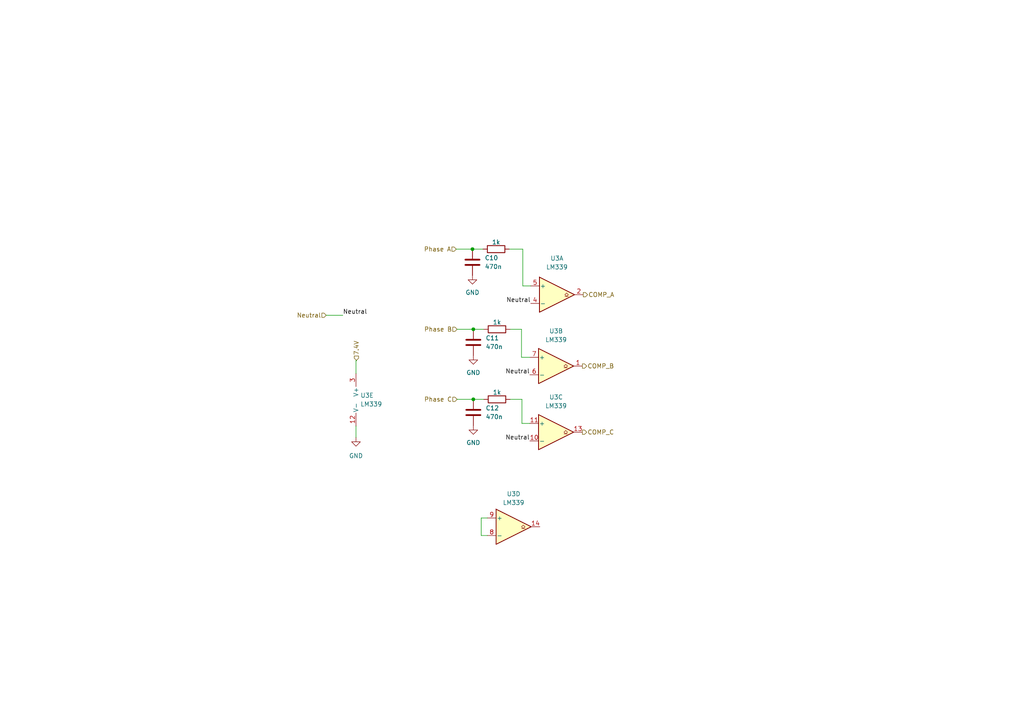
<source format=kicad_sch>
(kicad_sch (version 20230121) (generator eeschema)
  (paper "A4")
  (lib_symbols
    (symbol "Comparator:LM339" (pin_names (offset 0.127))
      (property "Reference" "U" (at 0 5.08 0))
      (property "Value" "LM339" (at 0 -5.08 0))
      (symbol "LM339_1_1"
        (polyline (pts (xy -5.08 5.08) (xy 5.08 0) (xy -5.08 -5.08) (xy -5.08 5.08)) (stroke (width 0.254)) (fill (type background)))
        (polyline (pts (xy 3.302 -0.508) (xy 2.794 -0.508) (xy 3.302 0) (xy 2.794 0.508) (xy 2.286 0) (xy 2.794 -0.508) (xy 2.286 -0.508)) (stroke (width 0.127)))
        (pin open_collector line (at 7.62 0 180) (length 2.54) (name "~") (number "2"))
        (pin input line (at -7.62 -2.54 0) (length 2.54) (name "-") (number "4"))
        (pin input line (at -7.62 2.54 0) (length 2.54) (name "+") (number "5"))
      )
      (symbol "LM339_2_1"
        (polyline (pts (xy -5.08 5.08) (xy 5.08 0) (xy -5.08 -5.08) (xy -5.08 5.08)) (stroke (width 0.254)) (fill (type background)))
        (polyline (pts (xy 3.302 -0.508) (xy 2.794 -0.508) (xy 3.302 0) (xy 2.794 0.508) (xy 2.286 0) (xy 2.794 -0.508) (xy 2.286 -0.508)) (stroke (width 0.127)))
        (pin open_collector line (at 7.62 0 180) (length 2.54) (name "~") (number "1"))
        (pin input line (at -7.62 -2.54 0) (length 2.54) (name "-") (number "6"))
        (pin input line (at -7.62 2.54 0) (length 2.54) (name "+") (number "7"))
      )
      (symbol "LM339_3_1"
        (polyline (pts (xy -5.08 5.08) (xy 5.08 0) (xy -5.08 -5.08) (xy -5.08 5.08)) (stroke (width 0.254)) (fill (type background)))
        (polyline (pts (xy 3.302 -0.508) (xy 2.794 -0.508) (xy 3.302 0) (xy 2.794 0.508) (xy 2.286 0) (xy 2.794 -0.508) (xy 2.286 -0.508)) (stroke (width 0.127)))
        (pin input line (at -7.62 -2.54 0) (length 2.54) (name "-") (number "10"))
        (pin input line (at -7.62 2.54 0) (length 2.54) (name "+") (number "11"))
        (pin open_collector line (at 7.62 0 180) (length 2.54) (name "~") (number "13"))
      )
      (symbol "LM339_4_1"
        (polyline (pts (xy -5.08 5.08) (xy 5.08 0) (xy -5.08 -5.08) (xy -5.08 5.08)) (stroke (width 0.254)) (fill (type background)))
        (polyline (pts (xy 3.302 -0.508) (xy 2.794 -0.508) (xy 3.302 0) (xy 2.794 0.508) (xy 2.286 0) (xy 2.794 -0.508) (xy 2.286 -0.508)) (stroke (width 0.127)))
        (pin open_collector line (at 7.62 0 180) (length 2.54) (name "~") (number "14"))
        (pin input line (at -7.62 -2.54 0) (length 2.54) (name "-") (number "8"))
        (pin input line (at -7.62 2.54 0) (length 2.54) (name "+") (number "9"))
      )
      (symbol "LM339_5_1"
        (pin power_in line (at -2.54 -7.62 90) (length 3.81) (name "V-") (number "12"))
        (pin power_in line (at -2.54 7.62 270) (length 3.81) (name "V+") (number "3"))
      )
    )
    (symbol "Device:C" (pin_numbers hide) (pin_names (offset 0.254))
      (property "Reference" "C" (at 0.635 2.54 0))
      (property "Value" "C" (at 0.635 -2.54 0))
      (symbol "C_0_1"
        (polyline (pts (xy -2.032 -0.762) (xy 2.032 -0.762)) (stroke (width 0.508)))
        (polyline (pts (xy -2.032 0.762) (xy 2.032 0.762)) (stroke (width 0.508)))
      )
      (symbol "C_1_1"
        (pin passive line (at 0 3.81 270) (length 2.794) (name "~") (number "1"))
        (pin passive line (at 0 -3.81 90) (length 2.794) (name "~") (number "2"))
      )
    )
    (symbol "Device:R" (pin_numbers hide) (pin_names (offset 0))
      (property "Reference" "R" (at 2.032 0 90))
      (property "Value" "R" (at 0 0 90))
      (symbol "R_0_1"
        (rectangle (start -1.016 -2.54) (end 1.016 2.54) (stroke (width 0.254)))
      )
      (symbol "R_1_1"
        (pin passive line (at 0 3.81 270) (length 1.27) (name "~") (number "1"))
        (pin passive line (at 0 -3.81 90) (length 1.27) (name "~") (number "2"))
      )
    )
    (symbol "power:GND" (power) (pin_names (offset 0))
      (property "Value" "GND" (at 0 -3.81 0))
      (symbol "GND_0_1"
        (polyline (pts (xy 0 0) (xy 0 -1.27) (xy 1.27 -1.27) (xy 0 -2.54) (xy -1.27 -1.27) (xy 0 -1.27)))
      )
      (symbol "GND_1_1"
        (pin power_in line (at 0 0 270) (length 0) hide (name "GND") (number "1"))
      )
    )
  )
  (junction (at 137.287 95.504))
  (junction (at 137.287 115.824))
  (junction (at 137.033 72.263))
  (wire (pts (xy 103.378 104.648) (xy 103.251 104.648)))
  (wire (pts (xy 147.955 115.824) (xy 151.384 115.824)))
  (wire (pts (xy 132.588 115.824) (xy 137.287 115.824)))
  (wire (pts (xy 139.573 150.241) (xy 139.573 155.321)))
  (wire (pts (xy 151.257 95.504) (xy 151.257 103.632)))
  (wire (pts (xy 151.384 122.809) (xy 153.67 122.809)))
  (wire (pts (xy 151.384 115.824) (xy 151.384 122.809)))
  (wire (pts (xy 137.287 115.824) (xy 140.335 115.824)))
  (wire (pts (xy 103.251 126.873) (xy 103.251 123.571)))
  (wire (pts (xy 94.615 91.44) (xy 99.441 91.44)))
  (wire (pts (xy 141.351 150.241) (xy 139.573 150.241)))
  (wire (pts (xy 151.257 103.632) (xy 153.67 103.632)))
  (wire (pts (xy 151.638 72.263) (xy 151.638 82.931)))
  (wire (pts (xy 147.701 72.263) (xy 151.638 72.263)))
  (wire (pts (xy 151.638 82.931) (xy 153.924 82.931)))
  (wire (pts (xy 139.573 155.321) (xy 141.351 155.321)))
  (wire (pts (xy 147.955 95.504) (xy 151.257 95.504)))
  (wire (pts (xy 103.251 104.648) (xy 103.251 108.331)))
  (wire (pts (xy 132.588 95.504) (xy 137.287 95.504)))
  (wire (pts (xy 137.287 95.504) (xy 140.335 95.504)))
  (wire (pts (xy 132.334 72.263) (xy 137.033 72.263)))
  (wire (pts (xy 103.378 104.648) (xy 103.378 104.521)))
  (wire (pts (xy 137.033 72.263) (xy 140.081 72.263)))
  (label "Neutral" (at 99.441 91.44 0))
  (label "Neutral" (at 153.67 108.712 180))
  (label "Neutral" (at 153.67 127.889 180))
  (label "Neutral" (at 153.924 88.011 180))
  (hierarchical_label "Neutral" (shape input) (at 94.615 91.44 180))
  (hierarchical_label "Phase A" (shape input) (at 132.334 72.263 180))
  (hierarchical_label "COMP_B" (shape output) (at 168.91 106.172 0))
  (hierarchical_label "COMP_C" (shape output) (at 168.91 125.349 0))
  (hierarchical_label "Phase C" (shape input) (at 132.588 115.824 180))
  (hierarchical_label "COMP_A" (shape output) (at 169.164 85.471 0))
  (hierarchical_label "7.4V" (shape input) (at 103.378 104.521 90))
  (hierarchical_label "Phase B" (shape input) (at 132.588 95.504 180))
  (symbol (lib_id "power:GND") (at 137.287 123.444 0) (unit 1)
    (property "Reference" "#PWR012" (effects hide))
    (property "Value" "GND" (at 137.287 128.397 0))
  )
  (symbol (lib_id "Comparator:LM339") (at 161.544 85.471 0) (unit 1)
    (property "Reference" "U3" (at 161.544 74.93 0))
    (property "Value" "LM339" (at 161.544 77.47 0))
    (property "Datasheet" "https://www.st.com/resource/en/datasheet/lm139.pdf" (effects hide))
  )
  (symbol (lib_id "Device:C") (at 137.287 119.634 0) (unit 1)
    (property "Reference" "C12" (at 140.843 118.364 0) (effects (justify left)))
    (property "Value" "470n" (at 140.843 120.904 0) (effects (justify left)))
  )
  (symbol (lib_id "power:GND") (at 137.287 103.124 0) (unit 1)
    (property "Reference" "#PWR011" (effects hide))
    (property "Value" "GND" (at 137.287 108.077 0))
  )
  (symbol (lib_id "Device:R") (at 143.891 72.263 270) (unit 1)
    (property "Reference" "R11" (effects hide))
    (property "Value" "1k" (at 143.891 70.231 90))
  )
  (symbol (lib_id "Comparator:LM339") (at 105.791 115.951 0) (unit 5)
    (property "Reference" "U3" (at 104.521 114.681 0) (effects (justify left)))
    (property "Value" "LM339" (at 104.521 117.221 0) (effects (justify left)))
    (property "Datasheet" "https://www.st.com/resource/en/datasheet/lm139.pdf" (effects hide))
  )
  (symbol (lib_id "Comparator:LM339") (at 148.971 152.781 0) (unit 4)
    (property "Reference" "U3" (at 148.971 143.256 0))
    (property "Value" "LM339" (at 148.971 145.796 0))
    (property "Datasheet" "https://www.st.com/resource/en/datasheet/lm139.pdf" (effects hide))
  )
  (symbol (lib_id "Comparator:LM339") (at 161.29 125.349 0) (unit 3)
    (property "Reference" "U3" (at 161.29 115.189 0))
    (property "Value" "LM339" (at 161.29 117.729 0))
    (property "Datasheet" "https://www.st.com/resource/en/datasheet/lm139.pdf" (effects hide))
  )
  (symbol (lib_id "Device:R") (at 144.145 95.504 270) (unit 1)
    (property "Reference" "R12" (effects hide))
    (property "Value" "1k" (at 144.145 93.472 90))
  )
  (symbol (lib_id "Comparator:LM339") (at 161.29 106.172 0) (unit 2)
    (property "Reference" "U3" (at 161.29 96.012 0))
    (property "Value" "LM339" (at 161.29 98.552 0))
    (property "Datasheet" "https://www.st.com/resource/en/datasheet/lm139.pdf" (effects hide))
  )
  (symbol (lib_id "Device:R") (at 144.145 115.824 270) (unit 1)
    (property "Reference" "R13" (effects hide))
    (property "Value" "1k" (at 144.145 113.792 90))
  )
  (symbol (lib_id "Device:C") (at 137.287 99.314 0) (unit 1)
    (property "Reference" "C11" (at 140.843 98.044 0) (effects (justify left)))
    (property "Value" "470n" (at 140.843 100.584 0) (effects (justify left)))
  )
  (symbol (lib_id "Device:C") (at 137.033 76.073 0) (unit 1)
    (property "Reference" "C10" (at 140.589 74.803 0) (effects (justify left)))
    (property "Value" "470n" (at 140.589 77.343 0) (effects (justify left)))
  )
  (symbol (lib_id "power:GND") (at 103.251 126.873 0) (unit 1)
    (property "Reference" "#PWR013" (effects hide))
    (property "Value" "GND" (at 103.251 132.207 0))
  )
  (symbol (lib_id "power:GND") (at 137.033 79.883 0) (unit 1)
    (property "Reference" "#PWR010" (effects hide))
    (property "Value" "GND" (at 137.033 84.836 0))
  )
)
</source>
